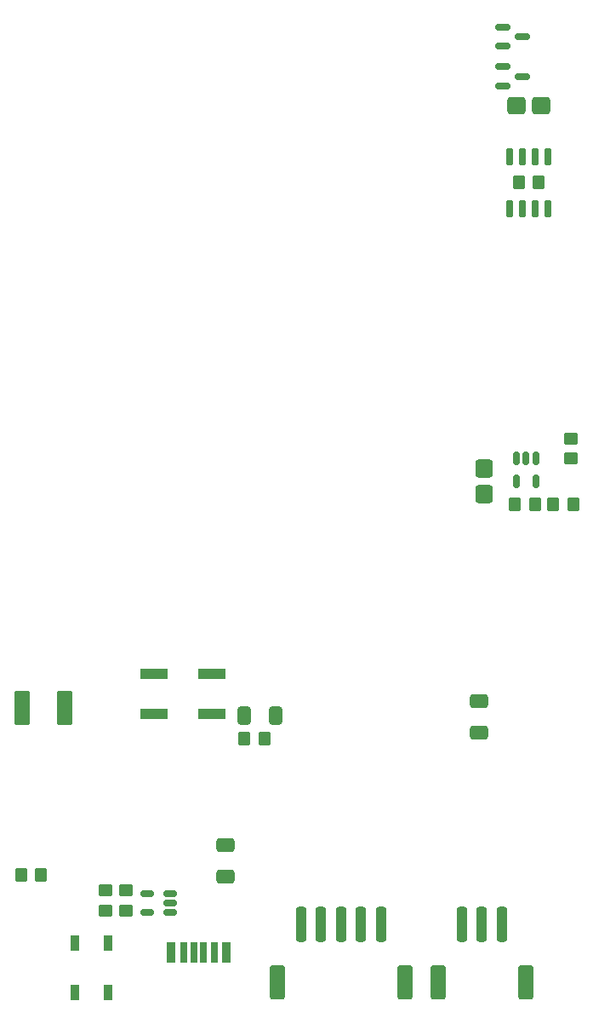
<source format=gbp>
%TF.GenerationSoftware,KiCad,Pcbnew,9.0.2*%
%TF.CreationDate,2025-06-27T14:31:59+02:00*%
%TF.ProjectId,led_driver_220v_p3,6c65645f-6472-4697-9665-725f32323076,rev?*%
%TF.SameCoordinates,Original*%
%TF.FileFunction,Paste,Bot*%
%TF.FilePolarity,Positive*%
%FSLAX46Y46*%
G04 Gerber Fmt 4.6, Leading zero omitted, Abs format (unit mm)*
G04 Created by KiCad (PCBNEW 9.0.2) date 2025-06-27 14:31:59*
%MOMM*%
%LPD*%
G01*
G04 APERTURE LIST*
G04 Aperture macros list*
%AMRoundRect*
0 Rectangle with rounded corners*
0 $1 Rounding radius*
0 $2 $3 $4 $5 $6 $7 $8 $9 X,Y pos of 4 corners*
0 Add a 4 corners polygon primitive as box body*
4,1,4,$2,$3,$4,$5,$6,$7,$8,$9,$2,$3,0*
0 Add four circle primitives for the rounded corners*
1,1,$1+$1,$2,$3*
1,1,$1+$1,$4,$5*
1,1,$1+$1,$6,$7*
1,1,$1+$1,$8,$9*
0 Add four rect primitives between the rounded corners*
20,1,$1+$1,$2,$3,$4,$5,0*
20,1,$1+$1,$4,$5,$6,$7,0*
20,1,$1+$1,$6,$7,$8,$9,0*
20,1,$1+$1,$8,$9,$2,$3,0*%
G04 Aperture macros list end*
%ADD10RoundRect,0.250000X-0.450000X0.350000X-0.450000X-0.350000X0.450000X-0.350000X0.450000X0.350000X0*%
%ADD11RoundRect,0.336539X-0.538461X0.563461X-0.538461X-0.563461X0.538461X-0.563461X0.538461X0.563461X0*%
%ADD12RoundRect,0.150000X-0.150000X0.512500X-0.150000X-0.512500X0.150000X-0.512500X0.150000X0.512500X0*%
%ADD13RoundRect,0.250000X-0.350000X-0.450000X0.350000X-0.450000X0.350000X0.450000X-0.350000X0.450000X0*%
%ADD14R,0.700000X2.000000*%
%ADD15R,0.800000X2.000000*%
%ADD16R,0.900000X2.000000*%
%ADD17RoundRect,0.250000X0.350000X0.450000X-0.350000X0.450000X-0.350000X-0.450000X0.350000X-0.450000X0*%
%ADD18RoundRect,0.250000X-0.412500X-0.650000X0.412500X-0.650000X0.412500X0.650000X-0.412500X0.650000X0*%
%ADD19RoundRect,0.090000X-0.360000X0.660000X-0.360000X-0.660000X0.360000X-0.660000X0.360000X0.660000X0*%
%ADD20RoundRect,0.150000X-0.150000X0.725000X-0.150000X-0.725000X0.150000X-0.725000X0.150000X0.725000X0*%
%ADD21RoundRect,0.250000X-0.650000X0.412500X-0.650000X-0.412500X0.650000X-0.412500X0.650000X0.412500X0*%
%ADD22RoundRect,0.250000X0.450000X-0.350000X0.450000X0.350000X-0.450000X0.350000X-0.450000X-0.350000X0*%
%ADD23RoundRect,0.150000X-0.587500X-0.150000X0.587500X-0.150000X0.587500X0.150000X-0.587500X0.150000X0*%
%ADD24RoundRect,0.336539X0.563461X0.538461X-0.563461X0.538461X-0.563461X-0.538461X0.563461X-0.538461X0*%
%ADD25RoundRect,0.150000X0.512500X0.150000X-0.512500X0.150000X-0.512500X-0.150000X0.512500X-0.150000X0*%
%ADD26RoundRect,0.250000X0.250000X1.500000X-0.250000X1.500000X-0.250000X-1.500000X0.250000X-1.500000X0*%
%ADD27RoundRect,0.250001X0.499999X1.449999X-0.499999X1.449999X-0.499999X-1.449999X0.499999X-1.449999X0*%
%ADD28R,2.750000X1.000000*%
%ADD29RoundRect,0.250000X-0.537500X-1.450000X0.537500X-1.450000X0.537500X1.450000X-0.537500X1.450000X0*%
G04 APERTURE END LIST*
D10*
%TO.C,R9*%
X147714000Y-82824000D03*
X147714000Y-84824000D03*
%TD*%
D11*
%TO.C,R8*%
X139078000Y-85860000D03*
X139078000Y-88360000D03*
%TD*%
D12*
%TO.C,U3*%
X142319000Y-84824000D03*
X143269000Y-84824000D03*
X144219000Y-84824000D03*
X144219000Y-87099000D03*
X142319000Y-87099000D03*
%TD*%
D13*
%TO.C,R7*%
X145968000Y-89396000D03*
X147968000Y-89396000D03*
%TD*%
%TO.C,R6*%
X142158000Y-89396000D03*
X144158000Y-89396000D03*
%TD*%
%TO.C,R2*%
X115225000Y-112681200D03*
X117225000Y-112681200D03*
%TD*%
D14*
%TO.C,P1*%
X111180400Y-133936000D03*
D15*
X109160400Y-133936000D03*
D16*
X107930400Y-133936000D03*
D14*
X110180400Y-133936000D03*
D15*
X112200400Y-133936000D03*
D16*
X113430400Y-133936000D03*
%TD*%
D17*
%TO.C,R5*%
X144539000Y-57392000D03*
X142539000Y-57392000D03*
%TD*%
D18*
%TO.C,C9*%
X115209000Y-110344400D03*
X118334000Y-110344400D03*
%TD*%
D19*
%TO.C,D1*%
X98345400Y-132950400D03*
X101645400Y-132950400D03*
X101645400Y-137850400D03*
X98345400Y-137850400D03*
%TD*%
D20*
%TO.C,J51*%
X141618000Y-54817000D03*
X142888000Y-54817000D03*
X144158000Y-54817000D03*
X145428000Y-54817000D03*
X145428000Y-59967000D03*
X144158000Y-59967000D03*
X142888000Y-59967000D03*
X141618000Y-59967000D03*
%TD*%
D21*
%TO.C,C3*%
X113368000Y-123247600D03*
X113368000Y-126372600D03*
%TD*%
%TO.C,C2*%
X138577000Y-108934300D03*
X138577000Y-112059300D03*
%TD*%
D13*
%TO.C,R1*%
X93000000Y-126194000D03*
X95000000Y-126194000D03*
%TD*%
D22*
%TO.C,R4*%
X101366000Y-129750000D03*
X101366000Y-127750000D03*
%TD*%
D23*
%TO.C,Q3*%
X140983000Y-47801000D03*
X140983000Y-45901000D03*
X142858000Y-46851000D03*
%TD*%
%TO.C,Q2*%
X140983000Y-43864000D03*
X140983000Y-41964000D03*
X142858000Y-42914000D03*
%TD*%
D24*
%TO.C,R4*%
X144773000Y-49772000D03*
X142273000Y-49772000D03*
%TD*%
D25*
%TO.C,U3*%
X107837500Y-128038000D03*
X107837500Y-128988000D03*
X107837500Y-129938000D03*
X105562500Y-129938000D03*
X105562500Y-128038000D03*
%TD*%
D26*
%TO.C,J3*%
X140837600Y-131112000D03*
X138837600Y-131112000D03*
X136837600Y-131112000D03*
D27*
X143187600Y-136862000D03*
X134487600Y-136862000D03*
%TD*%
D28*
%TO.C,SW1*%
X111952000Y-106242800D03*
X106192000Y-106242800D03*
X111952000Y-110242800D03*
X106192000Y-110242800D03*
%TD*%
D29*
%TO.C,C1*%
X93098800Y-109590200D03*
X97373800Y-109590200D03*
%TD*%
D10*
%TO.C,R3*%
X103398000Y-127750000D03*
X103398000Y-129750000D03*
%TD*%
D26*
%TO.C,J2*%
X128835600Y-131091000D03*
X126835600Y-131091000D03*
X124835600Y-131091000D03*
X122835600Y-131091000D03*
X120835600Y-131091000D03*
D27*
X131185600Y-136841000D03*
X118485600Y-136841000D03*
%TD*%
M02*

</source>
